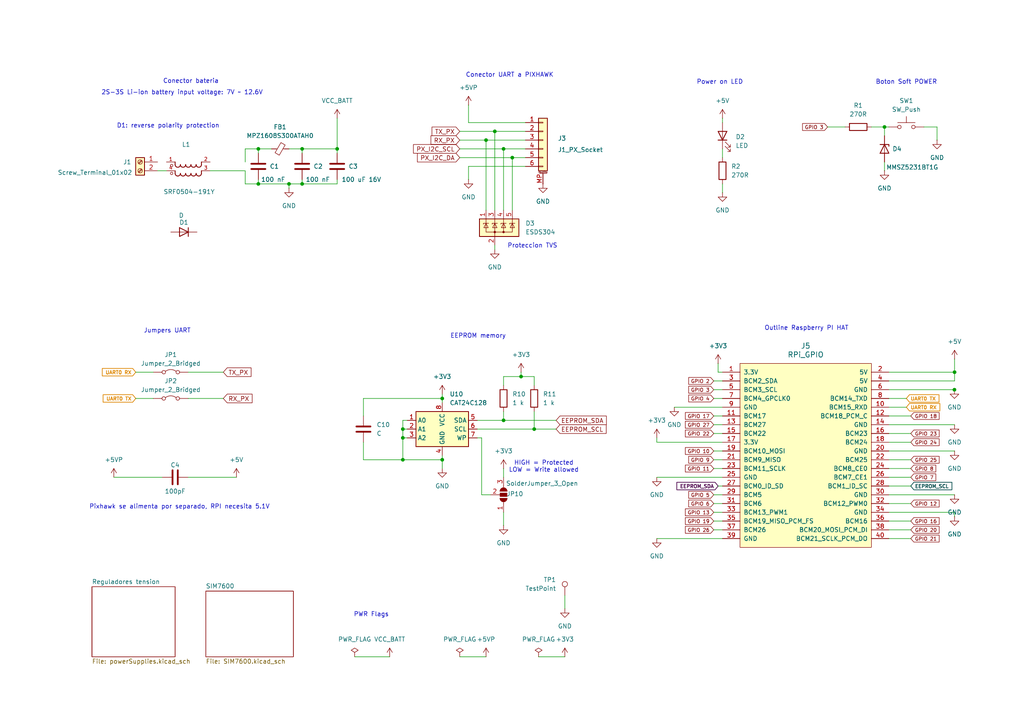
<source format=kicad_sch>
(kicad_sch (version 20250114) (generator "eeschema") (generator_version "9.0")
  (paper "A4")
  (title_block (title "Raspberry Pi HAT+ for UAV Companion Computer") (date "2025-07-14") (company "Diseño Avanzado Circuitos Impresos - FCEIA - UNR - Rodrigo Maero") (comment 1 "Connectors - EEPROM - Power LED"))
  (lib_symbols
    (symbol "Connector:Screw_Terminal_01x02" (pin_names (offset 1.016) (hide yes))
      (property "Reference" "J" (at 0 2.54 0))
      (property "Value" "Screw_Terminal_01x02" (at 0 -5.08 0))
      (symbol "Screw_Terminal_01x02_1_1"
        (rectangle (start -1.27 1.27) (end 1.27 -3.81) (stroke (width 0.254)) (fill (type background)))
        (polyline (pts (xy -0.5334 0.3302) (xy 0.3302 -0.508)) (stroke (width 0.1524)))
        (polyline (pts (xy -0.5334 -2.2098) (xy 0.3302 -3.048)) (stroke (width 0.1524)))
        (polyline (pts (xy -0.3556 0.508) (xy 0.508 -0.3302)) (stroke (width 0.1524)))
        (polyline (pts (xy -0.3556 -2.032) (xy 0.508 -2.8702)) (stroke (width 0.1524)))
        (circle (center 0 0) (radius 0.635) (stroke (width 0.1524)))
        (circle (center 0 -2.54) (radius 0.635) (stroke (width 0.1524)))
        (pin passive line (at -5.08 0 0) (length 3.81) (name "Pin_1") (number "1"))
        (pin passive line (at -5.08 -2.54 0) (length 3.81) (name "Pin_2") (number "2"))
      )
    )
    (symbol "Connector:TestPoint" (pin_numbers (hide yes)) (pin_names (offset 0.762) (hide yes))
      (property "Reference" "TP" (at 0 6.858 0))
      (property "Value" "TestPoint" (at 0 5.08 0))
      (symbol "TestPoint_0_1"
        (circle (center 0 3.302) (radius 0.762))
      )
      (symbol "TestPoint_1_1"
        (pin passive line (at 0 0 90) (length 2.54) (name "1") (number "1"))
      )
    )
    (symbol "Connector_Generic_MountingPin:Conn_01x06_MountingPin" (pin_names (offset 1.016) (hide yes))
      (property "Reference" "J" (at 0 7.62 0))
      (property "Value" "Conn_01x06_MountingPin" (at 1.27 -10.16 0))
      (symbol "Conn_01x06_MountingPin_1_1"
        (rectangle (start -1.27 6.35) (end 1.27 -8.89) (stroke (width 0.254)) (fill (type background)))
        (rectangle (start -1.27 5.207) (end 0 4.953) (stroke (width 0.1524)))
        (rectangle (start -1.27 2.667) (end 0 2.413) (stroke (width 0.1524)))
        (rectangle (start -1.27 0.127) (end 0 -0.127) (stroke (width 0.1524)))
        (rectangle (start -1.27 -2.413) (end 0 -2.667) (stroke (width 0.1524)))
        (rectangle (start -1.27 -4.953) (end 0 -5.207) (stroke (width 0.1524)))
        (rectangle (start -1.27 -7.493) (end 0 -7.747) (stroke (width 0.1524)))
        (polyline (pts (xy -1.016 -9.652) (xy 1.016 -9.652)) (stroke (width 0.1524)))
        (text "Mounting" (at 0 -9.271 0) (effects (font (size 0.381 0.381))))
        (pin passive line (at -5.08 5.08 0) (length 3.81) (name "Pin_1") (number "1"))
        (pin passive line (at -5.08 2.54 0) (length 3.81) (name "Pin_2") (number "2"))
        (pin passive line (at -5.08 0 0) (length 3.81) (name "Pin_3") (number "3"))
        (pin passive line (at -5.08 -2.54 0) (length 3.81) (name "Pin_4") (number "4"))
        (pin passive line (at -5.08 -5.08 0) (length 3.81) (name "Pin_5") (number "5"))
        (pin passive line (at -5.08 -7.62 0) (length 3.81) (name "Pin_6") (number "6"))
        (pin passive line (at 0 -12.7 90) (length 3.048) (name "MountPin") (number "MP"))
      )
    )
    (symbol "Device:C" (pin_numbers (hide yes)) (pin_names (offset 0.254))
      (property "Reference" "C" (at 0.635 2.54 0))
      (property "Value" "C" (at 0.635 -2.54 0))
      (symbol "C_0_1"
        (polyline (pts (xy -2.032 0.762) (xy 2.032 0.762)) (stroke (width 0.508)))
        (polyline (pts (xy -2.032 -0.762) (xy 2.032 -0.762)) (stroke (width 0.508)))
      )
      (symbol "C_1_1"
        (pin passive line (at 0 3.81 270) (length 2.794) (name "~") (number "1"))
        (pin passive line (at 0 -3.81 90) (length 2.794) (name "~") (number "2"))
      )
    )
    (symbol "Device:D" (pin_numbers (hide yes)) (pin_names (offset 1.016) (hide yes))
      (property "Reference" "D" (at 0 2.54 0))
      (property "Value" "D" (at 0 -2.54 0))
      (symbol "D_0_1"
        (polyline (pts (xy -1.27 1.27) (xy -1.27 -1.27)) (stroke (width 0.254)))
        (polyline (pts (xy 1.27 1.27) (xy 1.27 -1.27) (xy -1.27 0) (xy 1.27 1.27)) (stroke (width 0.254)))
        (polyline (pts (xy 1.27 0) (xy -1.27 0)))
      )
      (symbol "D_1_1"
        (pin passive line (at -3.81 0 0) (length 2.54) (name "K") (number "1"))
        (pin passive line (at 3.81 0 180) (length 2.54) (name "A") (number "2"))
      )
    )
    (symbol "Device:D_Zener" (pin_numbers (hide yes)) (pin_names (offset 1.016) (hide yes))
      (property "Reference" "D" (at 0 2.54 0))
      (property "Value" "D_Zener" (at 0 -2.54 0))
      (symbol "D_Zener_0_1"
        (polyline (pts (xy -1.27 -1.27) (xy -1.27 1.27) (xy -0.762 1.27)) (stroke (width 0.254)))
        (polyline (pts (xy 1.27 0) (xy -1.27 0)))
        (polyline (pts (xy 1.27 -1.27) (xy 1.27 1.27) (xy -1.27 0) (xy 1.27 -1.27)) (stroke (width 0.254)))
      )
      (symbol "D_Zener_1_1"
        (pin passive line (at -3.81 0 0) (length 2.54) (name "K") (number "1"))
        (pin passive line (at 3.81 0 180) (length 2.54) (name "A") (number "2"))
      )
    )
    (symbol "Device:FerriteBead_Small" (pin_numbers (hide yes)) (pin_names (offset 0))
      (property "Reference" "FB" (at 1.905 1.27 0))
      (property "Value" "FerriteBead_Small" (at 1.905 -1.27 0))
      (symbol "FerriteBead_Small_0_1"
        (polyline (pts (xy -1.8288 0.2794) (xy -1.1176 1.4986) (xy 1.8288 -0.2032) (xy 1.1176 -1.4224) (xy -1.8288 0.2794)))
        (polyline (pts (xy 0 0.889) (xy 0 1.2954)))
        (polyline (pts (xy 0 -1.27) (xy 0 -0.7874)))
      )
      (symbol "FerriteBead_Small_1_1"
        (pin passive line (at 0 2.54 270) (length 1.27) (name "~") (number "1"))
        (pin passive line (at 0 -2.54 90) (length 1.27) (name "~") (number "2"))
      )
    )
    (symbol "Device:LED" (pin_numbers (hide yes)) (pin_names (offset 1.016) (hide yes))
      (property "Reference" "D" (at 0 2.54 0))
      (property "Value" "LED" (at 0 -2.54 0))
      (symbol "LED_0_1"
        (polyline (pts (xy -3.048 -0.762) (xy -4.572 -2.286) (xy -3.81 -2.286) (xy -4.572 -2.286) (xy -4.572 -1.524)))
        (polyline (pts (xy -1.778 -0.762) (xy -3.302 -2.286) (xy -2.54 -2.286) (xy -3.302 -2.286) (xy -3.302 -1.524)))
        (polyline (pts (xy -1.27 0) (xy 1.27 0)))
        (polyline (pts (xy -1.27 -1.27) (xy -1.27 1.27)) (stroke (width 0.254)))
        (polyline (pts (xy 1.27 -1.27) (xy 1.27 1.27) (xy -1.27 0) (xy 1.27 -1.27)) (stroke (width 0.254)))
      )
      (symbol "LED_1_1"
        (pin passive line (at -3.81 0 0) (length 2.54) (name "K") (number "1"))
        (pin passive line (at 3.81 0 180) (length 2.54) (name "A") (number "2"))
      )
    )
    (symbol "Device:R" (pin_numbers (hide yes)) (pin_names (offset 0))
      (property "Reference" "R" (at 2.032 0 90))
      (property "Value" "R" (at 0 0 90))
      (symbol "R_0_1"
        (rectangle (start -1.016 -2.54) (end 1.016 2.54) (stroke (width 0.254)))
      )
      (symbol "R_1_1"
        (pin passive line (at 0 3.81 270) (length 1.27) (name "~") (number "1"))
        (pin passive line (at 0 -3.81 90) (length 1.27) (name "~") (number "2"))
      )
    )
    (symbol "Jumper:Jumper_2_Bridged" (pin_numbers (hide yes)) (pin_names (offset 0) (hide yes))
      (property "Reference" "JP" (at 0 1.905 0))
      (property "Value" "Jumper_2_Bridged" (at 0 -2.54 0))
      (symbol "Jumper_2_Bridged_0_0"
        (circle (center -2.032 0) (radius 0.508))
        (circle (center 2.032 0) (radius 0.508))
      )
      (symbol "Jumper_2_Bridged_0_1"
        (arc (start -1.524 0.254) (mid 0 0.762) (end 1.524 0.254))
      )
      (symbol "Jumper_2_Bridged_1_1"
        (pin passive line (at -5.08 0 0) (length 2.54) (name "A") (number "1"))
        (pin passive line (at 5.08 0 180) (length 2.54) (name "B") (number "2"))
      )
    )
    (symbol "Jumper:SolderJumper_3_Open" (pin_names (offset 0) (hide yes)) (in_bom no)
      (property "Reference" "JP" (at -2.54 -2.54 0))
      (property "Value" "SolderJumper_3_Open" (at 0 2.794 0))
      (symbol "SolderJumper_3_Open_0_1"
        (polyline (pts (xy -2.54 0) (xy -2.032 0)))
        (polyline (pts (xy -1.016 1.016) (xy -1.016 -1.016)))
        (arc (start -1.016 -1.016) (mid -2.0276 0) (end -1.016 1.016))
        (arc (start -1.016 -1.016) (mid -2.0276 0) (end -1.016 1.016) (fill (type outline)))
        (rectangle (start -0.508 1.016) (end 0.508 -1.016) (fill (type outline)))
        (polyline (pts (xy 0 -1.27) (xy 0 -1.016)))
        (arc (start 1.016 1.016) (mid 2.0276 0) (end 1.016 -1.016))
        (arc (start 1.016 1.016) (mid 2.0276 0) (end 1.016 -1.016) (fill (type outline)))
        (polyline (pts (xy 1.016 1.016) (xy 1.016 -1.016)))
        (polyline (pts (xy 2.54 0) (xy 2.032 0)))
      )
      (symbol "SolderJumper_3_Open_1_1"
        (pin passive line (at -5.08 0 0) (length 2.54) (name "A") (number "1"))
        (pin passive line (at 0 -3.81 90) (length 2.54) (name "C") (number "2"))
        (pin passive line (at 5.08 0 180) (length 2.54) (name "B") (number "3"))
      )
    )
    (symbol "Memory_EEPROM:CAT24C128"
      (property "Reference" "U" (at -6.35 6.35 0))
      (property "Value" "CAT24C128" (at 1.27 6.35 0))
      (symbol "CAT24C128_1_1"
        (rectangle (start -7.62 5.08) (end 7.62 -5.08) (stroke (width 0.254)) (fill (type background)))
        (pin input line (at -10.16 2.54 0) (length 2.54) (name "A0") (number "1"))
        (pin input line (at -10.16 0 0) (length 2.54) (name "A1") (number "2"))
        (pin input line (at -10.16 -2.54 0) (length 2.54) (name "A2") (number "3"))
        (pin power_in line (at 0 7.62 270) (length 2.54) (name "VCC") (number "8"))
        (pin power_in line (at 0 -7.62 90) (length 2.54) (name "GND") (number "4"))
        (pin bidirectional line (at 10.16 2.54 180) (length 2.54) (name "SDA") (number "5"))
        (pin input line (at 10.16 0 180) (length 2.54) (name "SCL") (number "6"))
        (pin input line (at 10.16 -2.54 180) (length 2.54) (name "WP") (number "7"))
      )
    )
    (symbol "Power_Protection:ESDS304" (pin_names (hide yes))
      (property "Reference" "D" (at 7.62 2.54 0))
      (property "Value" "ESDS304" (at 7.62 0.635 0))
      (symbol "ESDS304_0_0"
        (pin passive line (at 0 -5.08 90) (length 2.54) (name "A") (number "2"))
      )
      (symbol "ESDS304_0_1"
        (rectangle (start -4.445 2.54) (end 6.985 -2.54) (stroke (width 0.254)) (fill (type background)))
        (polyline (pts (xy -3.302 1.016) (xy -3.302 1.27) (xy -1.778 1.27)))
        (polyline (pts (xy -2.54 2.54) (xy -2.54 1.27)))
        (polyline (pts (xy -2.54 1.27) (xy -2.54 -1.27) (xy 2.54 -1.27) (xy 2.54 1.27)))
        (polyline (pts (xy -2.54 1.27) (xy -1.905 0) (xy -3.175 0) (xy -2.54 1.27)))
        (polyline (pts (xy 0 2.54) (xy 0 1.27)))
        (polyline (pts (xy 0 -1.27) (xy 0 1.27)))
        (polyline (pts (xy 0 -1.27) (xy 0 -2.54)))
        (circle (center 0 -1.27) (radius 0.254) (fill (type outline)))
        (polyline (pts (xy 0.635 0) (xy -0.635 0) (xy 0 1.27) (xy 0.635 0)))
        (polyline (pts (xy 0.762 1.27) (xy -0.762 1.27) (xy -0.762 1.016)))
        (polyline (pts (xy 1.778 1.016) (xy 1.778 1.27) (xy 3.175 1.27) (xy 3.302 1.27)))
        (polyline (pts (xy 2.54 2.54) (xy 2.54 1.27)))
        (polyline (pts (xy 2.54 1.27) (xy 1.905 0) (xy 3.175 0) (xy 2.54 1.27)))
        (circle (center 2.54 -1.27) (radius 0.254) (fill (type outline)))
        (polyline (pts (xy 4.318 1.016) (xy 4.318 1.27) (xy 5.715 1.27) (xy 5.842 1.27)))
        (polyline (pts (xy 5.08 2.54) (xy 5.08 1.27)))
        (polyline (pts (xy 5.08 1.27) (xy 5.08 -1.27) (xy 2.54 -1.27)))
        (polyline (pts (xy 5.08 1.27) (xy 4.445 0) (xy 5.715 0) (xy 5.08 1.27)))
      )
      (symbol "ESDS304_1_1"
        (pin passive line (at -2.54 5.08 270) (length 2.54) (name "K") (number "1"))
        (pin passive line (at 0 5.08 270) (length 2.54) (name "K") (number "3"))
        (pin passive line (at 2.54 5.08 270) (length 2.54) (name "K") (number "4"))
        (pin passive line (at 5.08 5.08 270) (length 2.54) (name "K") (number "5"))
      )
    )
    (symbol "RPi_Hat:RPi_GPIO" (pin_names (offset 1.016))
      (property "Reference" "J" (at 19.05 6.35 0))
      (property "Value" "RPi_GPIO" (at 19.05 3.81 0))
      (symbol "RPi_GPIO_1_1"
        (rectangle (start 0 2.54) (end 38.1 -50.8) (fill (type background)))
        (pin power_in line (at -5.08 0 0) (length 5.08) (name "3.3V") (number "1"))
        (pin bidirectional line (at -5.08 -2.54 0) (length 5.08) (name "BCM2_SDA") (number "3"))
        (pin bidirectional line (at -5.08 -5.08 0) (length 5.08) (name "BCM3_SCL") (number "5"))
        (pin bidirectional line (at -5.08 -7.62 0) (length 5.08) (name "BCM4_GPCLK0") (number "7"))
        (pin power_in line (at -5.08 -10.16 0) (length 5.08) (name "GND") (number "9"))
        (pin bidirectional line (at -5.08 -12.7 0) (length 5.08) (name "BCM17") (number "11"))
        (pin bidirectional line (at -5.08 -15.24 0) (length 5.08) (name "BCM27") (number "13"))
        (pin bidirectional line (at -5.08 -17.78 0) (length 5.08) (name "BCM22") (number "15"))
        (pin power_in line (at -5.08 -20.32 0) (length 5.08) (name "3.3V") (number "17"))
        (pin bidirectional line (at -5.08 -22.86 0) (length 5.08) (name "BCM10_MOSI") (number "19"))
        (pin bidirectional line (at -5.08 -25.4 0) (length 5.08) (name "BCM9_MISO") (number "21"))
        (pin bidirectional line (at -5.08 -27.94 0) (length 5.08) (name "BCM11_SCLK") (number "23"))
        (pin power_in line (at -5.08 -30.48 0) (length 5.08) (name "GND") (number "25"))
        (pin bidirectional line (at -5.08 -33.02 0) (length 5.08) (name "BCM0_ID_SD") (number "27"))
        (pin bidirectional line (at -5.08 -35.56 0) (length 5.08) (name "BCM5") (number "29"))
        (pin bidirectional line (at -5.08 -38.1 0) (length 5.08) (name "BCM6") (number "31"))
        (pin bidirectional line (at -5.08 -40.64 0) (length 5.08) (name "BCM13_PWM1") (number "33"))
        (pin bidirectional line (at -5.08 -43.18 0) (length 5.08) (name "BCM19_MISO_PCM_FS") (number "35"))
        (pin bidirectional line (at -5.08 -45.72 0) (length 5.08) (name "BCM26") (number "37"))
        (pin power_in line (at -5.08 -48.26 0) (length 5.08) (name "GND") (number "39"))
        (pin power_in line (at 43.18 0 180) (length 5.08) (name "5V") (number "2"))
        (pin power_in line (at 43.18 -2.54 180) (length 5.08) (name "5V") (number "4"))
        (pin power_in line (at 43.18 -5.08 180) (length 5.08) (name "GND") (number "6"))
        (pin bidirectional line (at 43.18 -7.62 180) (length 5.08) (name "BCM14_TXD") (number "8"))
        (pin bidirectional line (at 43.18 -10.16 180) (length 5.08) (name "BCM15_RXD") (number "10"))
        (pin bidirectional line (at 43.18 -12.7 180) (length 5.08) (name "BCM18_PCM_C") (number "12"))
        (pin power_in line (at 43.18 -15.24 180) (length 5.08) (name "GND") (number "14"))
        (pin bidirectional line (at 43.18 -17.78 180) (length 5.08) (name "BCM23") (number "16"))
        (pin bidirectional line (at 43.18 -20.32 180) (length 5.08) (name "BCM24") (number "18"))
        (pin power_in line (at 43.18 -22.86 180) (length 5.08) (name "GND") (number "20"))
        (pin bidirectional line (at 43.18 -25.4 180) (length 5.08) (name "BCM25") (number "22"))
        (pin bidirectional line (at 43.18 -27.94 180) (length 5.08) (name "BCM8_CE0") (number "24"))
        (pin bidirectional line (at 43.18 -30.48 180) (length 5.08) (name "BCM7_CE1") (number "26"))
        (pin bidirectional line (at 43.18 -33.02 180) (length 5.08) (name "BCM1_ID_SC") (number "28"))
        (pin power_in line (at 43.18 -35.56 180) (length 5.08) (name "GND") (number "30"))
        (pin bidirectional line (at 43.18 -38.1 180) (length 5.08) (name "BCM12_PWM0") (number "32"))
        (pin power_in line (at 43.18 -40.64 180) (length 5.08) (name "GND") (number "34"))
        (pin bidirectional line (at 43.18 -43.18 180) (length 5.08) (name "BCM16") (number "36"))
        (pin bidirectional line (at 43.18 -45.72 180) (length 5.08) (name "BCM20_MOSI_PCM_DI") (number "38"))
        (pin bidirectional line (at 43.18 -48.26 180) (length 5.08) (name "BCM21_SCLK_PCM_DO") (number "40"))
      )
    )
    (symbol "SRF0504-191Y:SRF0504-191Y" (pin_names (offset 1.016))
      (property "Reference" "L" (at -4.5685 3.8137 0))
      (property "Value" "SRF0504-191Y" (at -4.5425 -4.1077 0))
      (symbol "SRF0504-191Y_0_0"
        (circle (center -6.096 1.524) (radius 0.3592))
        (circle (center -6.096 -0.762) (radius 0.3592))
        (polyline (pts (xy -5.08 1.778) (xy -5.08 2.54)) (stroke (width 0.254)))
        (polyline (pts (xy -5.08 -0.762) (xy -5.08 0)) (stroke (width 0.254)))
        (arc (start -3.556 1.778) (mid -4.318 1.0193) (end -5.08 1.778) (stroke (width 0.254)))
        (arc (start -3.556 -0.762) (mid -4.318 -1.5206) (end -5.08 -0.762) (stroke (width 0.254)))
        (arc (start -2.032 1.778) (mid -2.794 1.0193) (end -3.556 1.778) (stroke (width 0.254)))
        (arc (start -2.032 -0.762) (mid -2.794 -1.5206) (end -3.556 -0.762) (stroke (width 0.254)))
        (arc (start -0.508 1.778) (mid -1.27 1.0193) (end -2.032 1.778) (stroke (width 0.254)))
        (arc (start -0.508 -0.762) (mid -1.27 -1.5206) (end -2.032 -0.762) (stroke (width 0.254)))
        (arc (start 1.016 1.778) (mid 0.254 1.0193) (end -0.508 1.778) (stroke (width 0.254)))
        (arc (start 1.016 -0.762) (mid 0.254 -1.5206) (end -0.508 -0.762) (stroke (width 0.254)))
        (arc (start 2.54 1.778) (mid 1.778 1.0193) (end 1.016 1.778) (stroke (width 0.254)))
        (arc (start 2.54 -0.762) (mid 1.778 -1.5206) (end 1.016 -0.762) (stroke (width 0.254)))
        (polyline (pts (xy 2.54 1.778) (xy 2.54 2.54)) (stroke (width 0.254)))
        (polyline (pts (xy 2.54 -0.762) (xy 2.54 0)) (stroke (width 0.254)))
        (pin passive line (at -7.62 2.54 0) (length 2.54) (name "~") (number "1"))
        (pin passive line (at -7.62 0 0) (length 2.54) (name "~") (number "4"))
        (pin passive line (at 5.08 2.54 180) (length 2.54) (name "~") (number "2"))
        (pin passive line (at 5.08 0 180) (length 2.54) (name "~") (number "3"))
      )
    )
    (symbol "Switch:SW_Push" (pin_numbers (hide yes)) (pin_names (offset 1.016) (hide yes))
      (property "Reference" "SW" (at 1.27 2.54 0))
      (property "Value" "SW_Push" (at 0 -1.524 0))
      (symbol "SW_Push_0_1"
        (circle (center -2.032 0) (radius 0.508))
        (polyline (pts (xy 0 1.27) (xy 0 3.048)))
        (circle (center 2.032 0) (radius 0.508))
        (polyline (pts (xy 2.54 1.27) (xy -2.54 1.27)))
        (pin passive line (at -5.08 0 0) (length 2.54) (name "1") (number "1"))
        (pin passive line (at 5.08 0 180) (length 2.54) (name "2") (number "2"))
      )
    )
    (symbol "power:+3V3" (power) (pin_numbers (hide yes)) (pin_names (offset 0) (hide yes))
      (property "Value" "+3V3" (at 0 3.556 0))
      (symbol "+3V3_0_1"
        (polyline (pts (xy -0.762 1.27) (xy 0 2.54)))
        (polyline (pts (xy 0 2.54) (xy 0.762 1.27)))
        (polyline (pts (xy 0 0) (xy 0 2.54)))
      )
      (symbol "+3V3_1_1"
        (pin power_in line (at 0 0 90) (length 0) (name "~") (number "1"))
      )
    )
    (symbol "power:+5V" (power) (pin_numbers (hide yes)) (pin_names (offset 0) (hide yes))
      (property "Value" "+5V" (at 0 3.556 0))
      (symbol "+5V_0_1"
        (polyline (pts (xy -0.762 1.27) (xy 0 2.54)))
        (polyline (pts (xy 0 2.54) (xy 0.762 1.27)))
        (polyline (pts (xy 0 0) (xy 0 2.54)))
      )
      (symbol "+5V_1_1"
        (pin power_in line (at 0 0 90) (length 0) (name "~") (number "1"))
      )
    )
    (symbol "power:+5VP" (power) (pin_numbers (hide yes)) (pin_names (offset 0) (hide yes))
      (property "Value" "+5VP" (at 0 3.556 0))
      (symbol "+5VP_0_1"
        (polyline (pts (xy -0.762 1.27) (xy 0 2.54)))
        (polyline (pts (xy 0 2.54) (xy 0.762 1.27)))
        (polyline (pts (xy 0 0) (xy 0 2.54)))
      )
      (symbol "+5VP_1_1"
        (pin power_in line (at 0 0 90) (length 0) (name "~") (number "1"))
      )
    )
    (symbol "power:GND" (power) (pin_numbers (hide yes)) (pin_names (offset 0) (hide yes))
      (property "Value" "GND" (at 0 -3.81 0))
      (symbol "GND_0_1"
        (polyline (pts (xy 0 0) (xy 0 -1.27) (xy 1.27 -1.27) (xy 0 -2.54) (xy -1.27 -1.27) (xy 0 -1.27)))
      )
      (symbol "GND_1_1"
        (pin power_in line (at 0 0 270) (length 0) (name "~") (number "1"))
      )
    )
    (symbol "power:PWR_FLAG" (power) (pin_numbers (hide yes)) (pin_names (offset 0) (hide yes))
      (property "Value" "PWR_FLAG" (at 0 3.81 0))
      (symbol "PWR_FLAG_0_0"
        (pin power_out line (at 0 0 90) (length 0) (name "~") (number "1"))
      )
      (symbol "PWR_FLAG_0_1"
        (polyline (pts (xy 0 0) (xy 0 1.27) (xy -1.016 1.905) (xy 0 2.54) (xy 1.016 1.905) (xy 0 1.27)))
      )
    )
    (symbol "power:VCC" (power) (pin_numbers (hide yes)) (pin_names (offset 0) (hide yes))
      (property "Value" "VCC" (at 0 3.556 0))
      (symbol "VCC_0_1"
        (polyline (pts (xy -0.762 1.27) (xy 0 2.54)))
        (polyline (pts (xy 0 2.54) (xy 0.762 1.27)))
        (polyline (pts (xy 0 0) (xy 0 2.54)))
      )
      (symbol "VCC_1_1"
        (pin power_in line (at 0 0 90) (length 0) (name "~") (number "1"))
      )
    )
  )
  (text "2S-3S Li-ion battery input voltage: 7V ~ 12.6V" (at 52.832 26.924 0) (effects (font (size 1.27 1.27))))
  (text "Proteccion TVS" (at 154.432 71.374 0) (effects (font (size 1.27 1.27))))
  (text "PWR Flags" (at 107.696 178.308 0) (effects (font (size 1.27 1.27))))
  (text "Pixhawk se alimenta por separado, RPI necesita 5.1V" (at 52.07 147.066 0) (effects (font (size 1.27 1.27))))
  (text "D1: reverse polarity protection" (at 48.768 36.576 0) (effects (font (size 1.27 1.27))))
  (text "EEPROM memory" (at 138.684 97.536 0) (effects (font (size 1.27 1.27))))
  (text "Outline Raspberry PI HAT" (at 233.934 95.25 0) (effects (font (size 1.27 1.27))))
  (text "Conector UART a PIXHAWK" (at 147.828 21.844 0) (effects (font (size 1.27 1.27))))
  (text "Jumpers UART" (at 48.514 96.012 0) (effects (font (size 1.27 1.27))))
  (text "HIGH = Protected\nLOW = Write allowed" (at 157.734 135.382 0) (effects (font (size 1.27 1.27))))
  (text "Boton Soft POWER" (at 262.89 23.876 0) (effects (font (size 1.27 1.27))))
  (text "Conector bateria" (at 55.372 23.622 0) (effects (font (size 1.27 1.27))))
  (text "Power on LED" (at 208.788 23.876 0) (effects (font (size 1.27 1.27))))
  (junction (at 87.63 53.34))
  (junction (at 83.82 53.34))
  (junction (at 256.54 36.83))
  (junction (at 97.79 43.18))
  (junction (at 146.05 43.18))
  (junction (at 146.05 121.92))
  (junction (at 276.86 107.95))
  (junction (at 143.51 38.1))
  (junction (at 116.84 124.46))
  (junction (at 154.94 124.46))
  (junction (at 116.84 133.35))
  (junction (at 128.27 133.35))
  (junction (at 128.27 115.57))
  (junction (at 276.8246 113.03))
  (junction (at 140.97 40.64))
  (junction (at 151.13 109.22))
  (junction (at 74.93 43.18))
  (junction (at 116.84 127))
  (junction (at 87.63 43.18))
  (junction (at 148.59 45.72))
  (junction (at 74.93 53.34))
  (wire (pts (xy 44.45 115.57) (xy 39.37 115.57)))
  (wire (pts (xy 133.35 45.72) (xy 148.59 45.72)))
  (wire (pts (xy 146.05 121.92) (xy 146.05 119.38)))
  (wire (pts (xy 60.96 49.53) (xy 71.12 49.53)))
  (wire (pts (xy 207.01 125.73) (xy 209.55 125.73)))
  (wire (pts (xy 257.81 148.59) (xy 276.86 148.59)))
  (wire (pts (xy 135.89 48.26) (xy 135.89 52.07)))
  (wire (pts (xy 257.81 140.97) (xy 264.16 140.97)))
  (wire (pts (xy 116.84 127) (xy 118.11 127)))
  (wire (pts (xy 151.13 109.22) (xy 146.05 109.22)))
  (wire (pts (xy 143.51 71.12) (xy 143.51 72.39)))
  (wire (pts (xy 133.35 43.18) (xy 146.05 43.18)))
  (wire (pts (xy 154.94 124.46) (xy 154.94 119.38)))
  (wire (pts (xy 102.87 190.5) (xy 113.03 190.5)))
  (wire (pts (xy 207.01 113.03) (xy 209.55 113.03)))
  (wire (pts (xy 71.12 49.53) (xy 71.12 53.34)))
  (wire (pts (xy 257.81 135.89) (xy 264.16 135.89)))
  (wire (pts (xy 146.05 109.22) (xy 146.05 111.76)))
  (wire (pts (xy 143.51 38.1) (xy 143.51 60.96)))
  (wire (pts (xy 207.01 153.67) (xy 209.55 153.67)))
  (wire (pts (xy 45.72 49.53) (xy 48.26 49.53)))
  (wire (pts (xy 74.93 43.18) (xy 78.74 43.18)))
  (wire (pts (xy 190.5 128.27) (xy 190.5 127)))
  (wire (pts (xy 207.01 151.13) (xy 209.55 151.13)))
  (wire (pts (xy 97.79 43.18) (xy 97.79 44.45)))
  (wire (pts (xy 207.01 146.05) (xy 209.55 146.05)))
  (wire (pts (xy 87.63 43.18) (xy 87.63 44.45)))
  (wire (pts (xy 207.01 115.57) (xy 209.55 115.57)))
  (wire (pts (xy 257.81 123.19) (xy 276.86 123.19)))
  (wire (pts (xy 257.81 128.27) (xy 264.16 128.27)))
  (wire (pts (xy 257.81 113.03) (xy 276.8246 113.03)))
  (wire (pts (xy 257.81 115.57) (xy 262.89 115.57)))
  (wire (pts (xy 116.84 124.46) (xy 118.11 124.46)))
  (wire (pts (xy 271.78 36.83) (xy 267.97 36.83)))
  (wire (pts (xy 140.97 40.64) (xy 140.97 60.96)))
  (wire (pts (xy 151.13 109.22) (xy 154.94 109.22)))
  (wire (pts (xy 208.28 105.41) (xy 208.28 107.95)))
  (wire (pts (xy 256.54 36.83) (xy 256.54 39.37)))
  (wire (pts (xy 257.81 143.51) (xy 276.86 143.51)))
  (wire (pts (xy 146.05 135.89) (xy 146.05 138.43)))
  (wire (pts (xy 146.05 148.59) (xy 146.05 152.4)))
  (wire (pts (xy 139.7 127) (xy 139.7 143.51)))
  (wire (pts (xy 207.01 133.35) (xy 209.55 133.35)))
  (wire (pts (xy 71.12 53.34) (xy 74.93 53.34)))
  (wire (pts (xy 128.27 132.08) (xy 128.27 133.35)))
  (wire (pts (xy 257.81 133.35) (xy 264.16 133.35)))
  (wire (pts (xy 33.02 138.43) (xy 46.99 138.43)))
  (wire (pts (xy 257.81 156.21) (xy 264.16 156.21)))
  (wire (pts (xy 257.81 130.81) (xy 276.86 130.81)))
  (wire (pts (xy 257.81 110.49) (xy 276.86 110.49)))
  (wire (pts (xy 118.11 121.92) (xy 116.84 121.92)))
  (wire (pts (xy 207.01 135.89) (xy 209.55 135.89)))
  (wire (pts (xy 133.35 40.64) (xy 140.97 40.64)))
  (wire (pts (xy 135.89 35.56) (xy 135.89 30.48)))
  (wire (pts (xy 140.97 40.64) (xy 152.4 40.64)))
  (wire (pts (xy 146.05 43.18) (xy 146.05 60.96)))
  (wire (pts (xy 139.7 127) (xy 138.43 127)))
  (wire (pts (xy 163.83 172.72) (xy 163.83 176.53)))
  (wire (pts (xy 39.37 107.95) (xy 44.45 107.95)))
  (wire (pts (xy 190.5 156.21) (xy 209.55 156.21)))
  (wire (pts (xy 105.41 133.35) (xy 116.84 133.35)))
  (wire (pts (xy 138.43 124.46) (xy 154.94 124.46)))
  (wire (pts (xy 257.81 125.73) (xy 264.16 125.73)))
  (wire (pts (xy 152.4 48.26) (xy 135.89 48.26)))
  (wire (pts (xy 128.27 133.35) (xy 128.27 135.89)))
  (wire (pts (xy 87.63 43.18) (xy 97.79 43.18)))
  (wire (pts (xy 152.4 35.56) (xy 135.89 35.56)))
  (wire (pts (xy 257.81 153.67) (xy 264.16 153.67)))
  (wire (pts (xy 207.01 143.51) (xy 209.55 143.51)))
  (wire (pts (xy 128.27 114.3) (xy 128.27 115.57)))
  (wire (pts (xy 271.78 40.64) (xy 271.78 36.83)))
  (wire (pts (xy 133.35 38.1) (xy 143.51 38.1)))
  (wire (pts (xy 276.86 104.14) (xy 276.86 107.95)))
  (wire (pts (xy 83.82 43.18) (xy 87.63 43.18)))
  (wire (pts (xy 146.05 121.92) (xy 161.29 121.92)))
  (wire (pts (xy 54.61 138.43) (xy 68.58 138.43)))
  (wire (pts (xy 257.81 151.13) (xy 264.16 151.13)))
  (wire (pts (xy 209.55 128.27) (xy 190.5 128.27)))
  (wire (pts (xy 74.93 43.18) (xy 74.93 44.45)))
  (wire (pts (xy 209.55 107.95) (xy 208.28 107.95)))
  (wire (pts (xy 97.79 52.07) (xy 97.79 53.34)))
  (wire (pts (xy 54.61 115.57) (xy 64.77 115.57)))
  (wire (pts (xy 252.73 36.83) (xy 256.54 36.83)))
  (wire (pts (xy 83.82 53.34) (xy 83.82 54.61)))
  (wire (pts (xy 209.55 43.18) (xy 209.55 45.72)))
  (wire (pts (xy 207.01 110.49) (xy 209.55 110.49)))
  (wire (pts (xy 154.94 124.46) (xy 161.29 124.46)))
  (wire (pts (xy 195.58 118.11) (xy 209.55 118.11)))
  (wire (pts (xy 207.01 148.59) (xy 209.55 148.59)))
  (wire (pts (xy 87.63 52.07) (xy 87.63 53.34)))
  (wire (pts (xy 116.84 127) (xy 116.84 133.35)))
  (wire (pts (xy 154.94 111.76) (xy 154.94 109.22)))
  (wire (pts (xy 133.35 190.5) (xy 140.97 190.5)))
  (wire (pts (xy 257.81 120.65) (xy 264.16 120.65)))
  (wire (pts (xy 257.81 138.43) (xy 264.16 138.43)))
  (wire (pts (xy 209.55 34.29) (xy 209.55 35.56)))
  (wire (pts (xy 256.54 46.99) (xy 256.54 49.53)))
  (wire (pts (xy 74.93 53.34) (xy 83.82 53.34)))
  (wire (pts (xy 97.79 53.34) (xy 87.63 53.34)))
  (wire (pts (xy 151.13 107.95) (xy 151.13 109.22)))
  (wire (pts (xy 105.41 120.65) (xy 105.41 115.57)))
  (wire (pts (xy 190.5 138.43) (xy 209.55 138.43)))
  (wire (pts (xy 71.12 46.99) (xy 71.12 43.18)))
  (wire (pts (xy 105.41 115.57) (xy 128.27 115.57)))
  (wire (pts (xy 207.01 120.65) (xy 209.55 120.65)))
  (wire (pts (xy 276.86 110.49) (xy 276.86 107.95)))
  (wire (pts (xy 128.27 115.57) (xy 128.27 116.84)))
  (wire (pts (xy 87.63 53.34) (xy 83.82 53.34)))
  (wire (pts (xy 207.01 123.19) (xy 209.55 123.19)))
  (wire (pts (xy 74.93 52.07) (xy 74.93 53.34)))
  (wire (pts (xy 139.7 143.51) (xy 142.24 143.51)))
  (wire (pts (xy 148.59 45.72) (xy 152.4 45.72)))
  (wire (pts (xy 116.84 133.35) (xy 128.27 133.35)))
  (wire (pts (xy 240.03 36.83) (xy 245.11 36.83)))
  (wire (pts (xy 257.81 146.05) (xy 264.16 146.05)))
  (wire (pts (xy 97.79 43.18) (xy 97.79 34.29)))
  (wire (pts (xy 276.8246 113.03) (xy 276.86 113.03)))
  (wire (pts (xy 105.41 128.27) (xy 105.41 133.35)))
  (wire (pts (xy 256.54 36.83) (xy 257.81 36.83)))
  (wire (pts (xy 148.59 45.72) (xy 148.59 60.96)))
  (wire (pts (xy 156.21 190.5) (xy 163.83 190.5)))
  (wire (pts (xy 138.43 121.92) (xy 146.05 121.92)))
  (wire (pts (xy 143.51 38.1) (xy 152.4 38.1)))
  (wire (pts (xy 276.86 148.59) (xy 276.86 149.86)))
  (wire (pts (xy 54.61 107.95) (xy 64.77 107.95)))
  (wire (pts (xy 257.81 118.11) (xy 262.89 118.11)))
  (wire (pts (xy 209.55 53.34) (xy 209.55 55.88)))
  (wire (pts (xy 257.81 107.95) (xy 276.86 107.95)))
  (wire (pts (xy 207.01 130.81) (xy 209.55 130.81)))
  (wire (pts (xy 208.28 140.97) (xy 209.55 140.97)))
  (wire (pts (xy 116.84 121.92) (xy 116.84 124.46)))
  (wire (pts (xy 71.12 43.18) (xy 74.93 43.18)))
  (wire (pts (xy 116.84 124.46) (xy 116.84 127)))
  (wire (pts (xy 146.05 43.18) (xy 152.4 43.18)))
  (global_label "GPIO 22" (shape input) (at 207.01 125.73 180) (effects (font (size 1.016 1.016))) (property "Intersheetrefs" "${INTERSHEET_REFS}" (effects (hide yes))))
  (global_label "GPIO 3" (shape input) (at 240.03 36.83 180) (effects (font (size 1.016 1.016))) (property "Intersheetrefs" "${INTERSHEET_REFS}" (effects (hide yes))))
  (global_label "GPIO 13" (shape input) (at 207.01 148.59 180) (effects (font (size 1.016 1.016))) (property "Intersheetrefs" "${INTERSHEET_REFS}" (effects (hide yes))))
  (global_label "GPIO 19" (shape input) (at 207.01 151.13 180) (effects (font (size 1.016 1.016))) (property "Intersheetrefs" "${INTERSHEET_REFS}" (effects (hide yes))))
  (global_label "UART0 RX" (shape input) (at 39.37 107.95 180) (effects (font (size 1.016 1.016) (thickness 0.2032) (bold yes))) (property "Intersheetrefs" "${INTERSHEET_REFS}" (effects (hide yes))))
  (global_label "GPIO 8" (shape input) (at 264.16 135.89 0) (effects (font (size 1.016 1.016))) (property "Intersheetrefs" "${INTERSHEET_REFS}" (effects (hide yes))))
  (global_label "GPIO 10" (shape input) (at 207.01 130.81 180) (effects (font (size 1.016 1.016))) (property "Intersheetrefs" "${INTERSHEET_REFS}" (effects (hide yes))))
  (global_label "GPIO 7" (shape input) (at 264.16 138.43 0) (effects (font (size 1.016 1.016))) (property "Intersheetrefs" "${INTERSHEET_REFS}" (effects (hide yes))))
  (global_label "RX_PX" (shape input) (at 133.35 40.64 180) (property "Intersheetrefs" "${INTERSHEET_REFS}" (effects (hide yes))))
  (global_label "EEPROM_SDA" (shape input) (at 208.28 140.97 180) (effects (font (size 1.016 1.016) (thickness 0.2032) (bold yes))) (property "Intersheetrefs" "${INTERSHEET_REFS}" (effects (hide yes))))
  (global_label "UART0 TX" (shape input) (at 262.89 115.57 0) (effects (font (size 1.016 1.016) (thickness 0.2032) (bold yes))) (property "Intersheetrefs" "${INTERSHEET_REFS}" (effects (hide yes))))
  (global_label "GPIO 26" (shape input) (at 207.01 153.67 180) (effects (font (size 1.016 1.016))) (property "Intersheetrefs" "${INTERSHEET_REFS}" (effects (hide yes))))
  (global_label "GPIO 3" (shape input) (at 207.01 113.03 180) (effects (font (size 1.016 1.016))) (property "Intersheetrefs" "${INTERSHEET_REFS}" (effects (hide yes))))
  (global_label "GPIO 18" (shape input) (at 264.16 120.65 0) (effects (font (size 1.016 1.016))) (property "Intersheetrefs" "${INTERSHEET_REFS}" (effects (hide yes))))
  (global_label "UART0 RX" (shape input) (at 262.89 118.11 0) (effects (font (size 1.016 1.016) (thickness 0.2032) (bold yes))) (property "Intersheetrefs" "${INTERSHEET_REFS}" (effects (hide yes))))
  (global_label "EEPROM_SDA" (shape input) (at 161.29 121.92 0) (property "Intersheetrefs" "${INTERSHEET_REFS}" (effects (hide yes))))
  (global_label "GPIO 12" (shape input) (at 264.16 146.05 0) (effects (font (size 1.016 1.016))) (property "Intersheetrefs" "${INTERSHEET_REFS}" (effects (hide yes))))
  (global_label "UART0 TX" (shape input) (at 39.37 115.57 180) (effects (font (size 1.016 1.016) (thickness 0.2032) (bold yes))) (property "Intersheetrefs" "${INTERSHEET_REFS}" (effects (hide yes))))
  (global_label "GPIO 23" (shape input) (at 264.16 125.73 0) (effects (font (size 1.016 1.016))) (property "Intersheetrefs" "${INTERSHEET_REFS}" (effects (hide yes))))
  (global_label "GPIO 17" (shape input) (at 207.01 120.65 180) (effects (font (size 1.016 1.016))) (property "Intersheetrefs" "${INTERSHEET_REFS}" (effects (hide yes))))
  (global_label "GPIO 11" (shape input) (at 207.01 135.89 180) (effects (font (size 1.016 1.016))) (property "Intersheetrefs" "${INTERSHEET_REFS}" (effects (hide yes))))
  (global_label "PX_I2C_SCL" (shape input) (at 133.35 43.18 180) (property "Intersheetrefs" "${INTERSHEET_REFS}" (effects (hide yes))))
  (global_label "GPIO 16" (shape input) (at 264.16 151.13 0) (effects (font (size 1.016 1.016))) (property "Intersheetrefs" "${INTERSHEET_REFS}" (effects (hide yes))))
  (global_label "GPIO 20" (shape input) (at 264.16 153.67 0) (effects (font (size 1.016 1.016))) (property "Intersheetrefs" "${INTERSHEET_REFS}" (effects (hide yes))))
  (global_label "TX_PX" (shape input) (at 64.77 107.95 0) (property "Intersheetrefs" "${INTERSHEET_REFS}" (effects (hide yes))))
  (global_label "GPIO 2" (shape input) (at 207.01 110.49 180) (effects (font (size 1.016 1.016))) (property "Intersheetrefs" "${INTERSHEET_REFS}" (effects (hide yes))))
  (global_label "GPIO 4" (shape input) (at 207.01 115.57 180) (effects (font (size 1.016 1.016))) (property "Intersheetrefs" "${INTERSHEET_REFS}" (effects (hide yes))))
  (global_label "EEPROM_SCL" (shape input) (at 264.16 140.97 0) (effects (font (size 1.016 1.016) (thickness 0.2032) (bold yes))) (property "Intersheetrefs" "${INTERSHEET_REFS}" (effects (hide yes))))
  (global_label "PX_I2C_DA" (shape input) (at 133.35 45.72 180) (property "Intersheetrefs" "${INTERSHEET_REFS}" (effects (hide yes))))
  (global_label "GPIO 27" (shape input) (at 207.01 123.19 180) (effects (font (size 1.016 1.016))) (property "Intersheetrefs" "${INTERSHEET_REFS}" (effects (hide yes))))
  (global_label "GPIO 5" (shape input) (at 207.01 143.51 180) (effects (font (size 1.016 1.016))) (property "Intersheetrefs" "${INTERSHEET_REFS}" (effects (hide yes))))
  (global_label "GPIO 9" (shape input) (at 207.01 133.35 180) (effects (font (size 1.016 1.016))) (property "Intersheetrefs" "${INTERSHEET_REFS}" (effects (hide yes))))
  (global_label "EEPROM_SCL" (shape input) (at 161.29 124.46 0) (property "Intersheetrefs" "${INTERSHEET_REFS}" (effects (hide yes))))
  (global_label "GPIO 6" (shape input) (at 207.01 146.05 180) (effects (font (size 1.016 1.016))) (property "Intersheetrefs" "${INTERSHEET_REFS}" (effects (hide yes))))
  (global_label "GPIO 25" (shape input) (at 264.16 133.35 0) (effects (font (size 1.016 1.016))) (property "Intersheetrefs" "${INTERSHEET_REFS}" (effects (hide yes))))
  (global_label "RX_PX" (shape input) (at 64.77 115.57 0) (property "Intersheetrefs" "${INTERSHEET_REFS}" (effects (hide yes))))
  (global_label "GPIO 21" (shape input) (at 264.16 156.21 0) (effects (font (size 1.016 1.016))) (property "Intersheetrefs" "${INTERSHEET_REFS}" (effects (hide yes))))
  (global_label "TX_PX" (shape input) (at 133.35 38.1 180) (property "Intersheetrefs" "${INTERSHEET_REFS}" (effects (hide yes))))
  (global_label "GPIO 24" (shape input) (at 264.16 128.27 0) (effects (font (size 1.016 1.016))) (property "Intersheetrefs" "${INTERSHEET_REFS}" (effects (hide yes))))
  (symbol (lib_id "power:GND") (at 163.83 176.53 0) (unit 1)
    (property "Reference" "#PWR02" (effects (hide yes)))
    (property "Value" "GND" (at 163.83 181.61 0))
    (property "Description" "Power symbol creates a global label with name \"GND\" , ground" (effects (hide yes)))
  )
  (symbol (lib_id "power:GND") (at 276.86 130.81 0) (unit 1)
    (property "Reference" "#PWR0120" (effects (hide yes)))
    (property "Value" "GND" (at 276.86 135.89 0))
    (property "Description" "Power symbol creates a global label with name \"GND\" , ground" (effects (hide yes)))
  )
  (symbol (lib_id "power:GND") (at 195.58 118.11 0) (unit 1)
    (property "Reference" "#PWR0128" (effects (hide yes)))
    (property "Value" "GND" (at 195.58 123.19 0))
    (property "Description" "Power symbol creates a global label with name \"GND\" , ground" (effects (hide yes)))
  )
  (symbol (lib_id "Device:C") (at 50.8 138.43 270) (unit 1)
    (property "Reference" "C4" (at 50.8 134.874 90))
    (property "Value" "100pF" (at 50.8 142.494 90))
    (property "Footprint" "Capacitor_SMD:C_0603_1608Metric" (effects (hide yes)))
    (property "Description" "Unpolarized capacitor" (effects (hide yes)))
  )
  (symbol (lib_id "Jumper:SolderJumper_3_Open") (at 146.05 143.51 270) (mirror x) (unit 1) (in_bom no)
    (property "Reference" "JP10" (at 149.352 143.256 90))
    (property "Value" "SolderJumper_3_Open" (at 157.226 140.208 90))
    (property "Footprint" "Jumper:SolderJumper-3_P1.3mm_Open_Pad1.0x1.5mm_NumberLabels" (effects (hide yes)))
    (property "Description" "Solder Jumper, 3-pole, open" (effects (hide yes)))
  )
  (symbol (lib_id "SRF0504-191Y:SRF0504-191Y") (at 55.88 49.53 0) (unit 1)
    (property "Reference" "L1" (at 53.9859 41.91 0))
    (property "Value" "SRF0504-191Y" (at 54.864 55.626 0))
    (property "Footprint" "Common mode CHOKE:FIL_SRF0504-191Y" (effects (hide yes)))
    (property "MF" "Bourns" (effects (hide yes)))
    (property "Description_1" "CMC4.8x5x4.8mm,0.6uH5A,non-shdSMD | Bourns SRF0504-191Y" (effects (hide yes)))
    (property "Package" "Horizontal-4 Bourns" (effects (hide yes)))
    (property "Price" "None" (effects (hide yes)))
    (property "Check_prices" "https://www.snapeda.com/parts/SRF0504-191Y/Bourns/view-part/?ref=eda" (effects (hide yes)))
    (property "SnapEDA_Link" "https://www.snapeda.com/parts/SRF0504-191Y/Bourns/view-part/?ref=snap" (effects (hide yes)))
    (property "MP" "SRF0504-191Y" (effects (hide yes)))
    (property "Availability" "In Stock" (effects (hide yes)))
    (property "MANUFACTURER" "Bourns" (effects (hide yes)))
  )
  (symbol (lib_id "Device:R") (at 209.55 49.53 0) (unit 1)
    (property "Reference" "R2" (at 212.09 48.2599 0) (effects (justify left)))
    (property "Value" "270R" (at 212.09 50.7999 0) (effects (justify left)))
    (property "Footprint" "Resistor_SMD:R_0603_1608Metric" (effects (hide yes)))
    (property "Description" "Resistor" (effects (hide yes)))
  )
  (symbol (lib_id "Connector_Generic_MountingPin:Conn_01x06_MountingPin") (at 157.48 40.64 0) (unit 1)
    (property "Reference" "J3" (at 161.798 40.132 0) (effects (justify left)))
    (property "Value" "J1_PX_Socket" (at 161.798 43.434 0) (effects (justify left)))
    (property "Footprint" "Connector_JST:JST_GH_SM06B-GHS-TB_1x06-1MP_P1.25mm_Horizontal" (effects (hide yes)))
    (property "Description" "Generic connectable mounting pin connector, single row, 01x06, script generated (kicad-library-utils/schlib/autogen/connector/)" (effects (hide yes)))
  )
  (symbol (lib_id "Jumper:Jumper_2_Bridged") (at 49.53 107.95 0) (unit 1)
    (property "Reference" "JP1" (at 49.53 102.87 0))
    (property "Value" "Jumper_2_Bridged" (at 49.53 105.41 0))
    (property "Footprint" "Jumper:SolderJumper-2_P1.3mm_Bridged_RoundedPad1.0x1.5mm" (effects (hide yes)))
    (property "Description" "Jumper, 2-pole, closed/bridged" (effects (hide yes)))
  )
  (symbol (lib_id "power:+3V3") (at 151.13 107.95 0) (unit 1)
    (property "Reference" "#PWR0104" (effects (hide yes)))
    (property "Value" "+3V3" (at 151.13 102.87 0))
    (property "Description" "Power symbol creates a global label with name \"+3V3\"" (effects (hide yes)))
  )
  (symbol (lib_id "power:PWR_FLAG") (at 156.21 190.5 0) (unit 1)
    (property "Reference" "#FLG021" (effects (hide yes)))
    (property "Value" "PWR_FLAG" (at 156.21 185.42 0))
    (property "Description" "Special symbol for telling ERC where power comes from" (effects (hide yes)))
  )
  (symbol (lib_id "power:+3V3") (at 190.5 127 0) (unit 1)
    (property "Reference" "#PWR054" (effects (hide yes)))
    (property "Value" "+3V3" (at 190.5 121.92 0))
    (property "Description" "Power symbol creates a global label with name \"+3V3\"" (effects (hide yes)))
  )
  (symbol (lib_id "power:GND") (at 276.86 123.19 0) (unit 1)
    (property "Reference" "#PWR0121" (effects (hide yes)))
    (property "Value" "GND" (at 276.86 128.27 0))
    (property "Description" "Power symbol creates a global label with name \"GND\" , ground" (effects (hide yes)))
  )
  (symbol (lib_id "Device:FerriteBead_Small") (at 81.28 43.18 90) (unit 1)
    (property "Reference" "FB1" (at 81.2419 36.83 90))
    (property "Value" "MPZ1608S300ATAH0" (at 81.2419 39.37 90))
    (property "Footprint" "Inductor_SMD:L_0603_1608Metric" (effects (hide yes)))
    (property "Description" "Ferrite bead, small symbol" (effects (hide yes)))
  )
  (symbol (lib_id "Jumper:Jumper_2_Bridged") (at 49.53 115.57 0) (unit 1)
    (property "Reference" "JP2" (at 49.53 110.49 0))
    (property "Value" "Jumper_2_Bridged" (at 49.53 113.03 0))
    (property "Footprint" "Jumper:SolderJumper-2_P1.3mm_Bridged_RoundedPad1.0x1.5mm" (effects (hide yes)))
    (property "Description" "Jumper, 2-pole, closed/bridged" (effects (hide yes)))
  )
  (symbol (lib_id "power:+3V3") (at 208.28 105.41 0) (unit 1)
    (property "Reference" "#PWR053" (effects (hide yes)))
    (property "Value" "+3V3" (at 208.28 100.33 0))
    (property "Description" "Power symbol creates a global label with name \"+3V3\"" (effects (hide yes)))
  )
  (symbol (lib_id "Switch:SW_Push") (at 262.89 36.83 0) (unit 1)
    (property "Reference" "SW1" (at 262.89 29.21 0))
    (property "Value" "SW_Push" (at 262.89 31.75 0))
    (property "Footprint" "Button_Switch_SMD:SW_Push_SPST_NO_Alps_SKRK" (effects (hide yes)))
    (property "Description" "Push button switch, generic, two pins" (effects (hide yes)))
  )
  (symbol (lib_id "power:GND") (at 146.05 152.4 0) (unit 1)
    (property "Reference" "#PWR0103" (effects (hide yes)))
    (property "Value" "GND" (at 146.05 157.48 0))
    (property "Description" "Power symbol creates a global label with name \"GND\" , ground" (effects (hide yes)))
  )
  (symbol (lib_id "RPi_Hat:RPi_GPIO") (at 214.63 107.95 0) (unit 1)
    (property "Reference" "J5" (at 233.68 100.33 0) (effects (font (size 1.524 1.524))))
    (property "Value" "RPi_GPIO" (at 233.68 102.87 0) (effects (font (size 1.524 1.524))))
    (property "Footprint" "HAT template:RPI_Hat_B+" (effects (hide yes)))
  )
  (symbol (lib_id "power:+5VP") (at 140.97 190.5 0) (unit 1)
    (property "Reference" "#PWR042" (effects (hide yes)))
    (property "Value" "+5VP" (at 140.97 185.42 0))
    (property "Description" "Power symbol creates a global label with name \"+5VP\"" (effects (hide yes)))
  )
  (symbol (lib_id "Device:R") (at 146.05 115.57 0) (unit 1)
    (property "Reference" "R10" (at 148.59 114.2999 0) (effects (justify left)))
    (property "Value" "1 k" (at 148.59 116.8399 0) (effects (justify left)))
    (property "Footprint" "Resistor_SMD:R_0603_1608Metric" (effects (hide yes)))
    (property "Description" "Resistor" (effects (hide yes)))
  )
  (symbol (lib_id "power:+5V") (at 68.58 138.43 0) (unit 1)
    (property "Reference" "#PWR0106" (effects (hide yes)))
    (property "Value" "+5V" (at 68.58 133.35 0))
    (property "Description" "Power symbol creates a global label with name \"+5V\"" (effects (hide yes)))
  )
  (symbol (lib_id "power:GND") (at 143.51 72.39 0) (unit 1)
    (property "Reference" "#PWR038" (effects (hide yes)))
    (property "Value" "GND" (at 143.51 77.47 0))
    (property "Description" "Power symbol creates a global label with name \"GND\" , ground" (effects (hide yes)))
  )
  (symbol (lib_id "power:+3V3") (at 128.27 114.3 0) (unit 1)
    (property "Reference" "#PWR0114" (effects (hide yes)))
    (property "Value" "+3V3" (at 128.27 109.22 0))
    (property "Description" "Power symbol creates a global label with name \"+3V3\"" (effects (hide yes)))
  )
  (symbol (lib_id "power:PWR_FLAG") (at 102.87 190.5 0) (unit 1)
    (property "Reference" "#FLG025" (effects (hide yes)))
    (property "Value" "PWR_FLAG" (at 102.87 185.42 0))
    (property "Description" "Special symbol for telling ERC where power comes from" (effects (hide yes)))
  )
  (symbol (lib_id "power:+5V") (at 209.55 34.29 0) (unit 1)
    (property "Reference" "#PWR0108" (effects (hide yes)))
    (property "Value" "+5V" (at 209.55 29.21 0))
    (property "Description" "Power symbol creates a global label with name \"+5V\"" (effects (hide yes)))
  )
  (symbol (lib_id "Memory_EEPROM:CAT24C128") (at 128.27 124.46 0) (unit 1)
    (property "Reference" "U10" (at 130.4133 114.3 0) (effects (justify left)))
    (property "Value" "CAT24C128" (at 130.4133 116.84 0) (effects (justify left)))
    (property "Footprint" "Package_SO:JEITA_SOIC-8_3.9x4.9mm_P1.27mm" (effects (hide yes)))
    (property "Datasheet" "https://www.onsemi.com/pub/Collateral/CAT24C128-D.PDF" (effects (hide yes)))
    (property "Description" "128 kb CMOS Serial EEPROM, SOIC-8/TSSOP-8/DFN-8" (effects (hide yes)))
  )
  (symbol (lib_id "Device:C") (at 97.79 48.26 0) (unit 1)
    (property "Reference" "C3" (at 101.092 48.26 0) (effects (justify left)))
    (property "Value" "100 uF 16V" (at 99.06 52.07 0) (effects (justify left)))
    (property "Footprint" "Capacitor_SMD:C_0402_1005Metric" (effects (hide yes)))
    (property "Description" "Unpolarized capacitor" (effects (hide yes)))
  )
  (symbol (lib_id "Device:LED") (at 209.55 39.37 90) (unit 1)
    (property "Reference" "D2" (at 213.36 39.6874 90) (effects (justify right)))
    (property "Value" "LED" (at 213.36 42.2274 90) (effects (justify right)))
    (property "Footprint" "LED_SMD:LED_0603_1608Metric" (effects (hide yes)))
    (property "Description" "Light emitting diode" (effects (hide yes)))
    (property "Sim.Pins" "1=K 2=A" (effects (hide yes)))
  )
  (symbol (lib_id "Connector:Screw_Terminal_01x02") (at 40.64 46.99 0) (mirror y) (unit 1)
    (property "Reference" "J1" (at 38.1 46.9899 0) (effects (justify left)))
    (property "Value" "Screw_Terminal_01x02" (at 38.354 50.038 0) (effects (justify left)))
    (property "Footprint" "TerminalBlock:TerminalBlock_bornier-2_P5.08mm" (effects (hide yes)))
    (property "Description" "Generic screw terminal, single row, 01x02, script generated (kicad-library-utils/schlib/autogen/connector/)" (effects (hide yes)))
  )
  (symbol (lib_id "power:GND") (at 276.8246 113.03 0) (unit 1)
    (property "Reference" "#PWR0117" (effects (hide yes)))
    (property "Value" "GND" (at 276.8246 118.11 0))
    (property "Description" "Power symbol creates a global label with name \"GND\" , ground" (effects (hide yes)))
  )
  (symbol (lib_id "power:GND") (at 190.5 138.43 0) (unit 1)
    (property "Reference" "#PWR0127" (effects (hide yes)))
    (property "Value" "GND" (at 190.5 143.51 0))
    (property "Description" "Power symbol creates a global label with name \"GND\" , ground" (effects (hide yes)))
  )
  (symbol (lib_id "Device:C") (at 74.93 48.26 0) (unit 1)
    (property "Reference" "C1" (at 78.232 48.26 0) (effects (justify left)))
    (property "Value" "100 nF" (at 75.692 52.07 0) (effects (justify left)))
    (property "Footprint" "Capacitor_SMD:C_0402_1005Metric" (effects (hide yes)))
    (property "Description" "Unpolarized capacitor" (effects (hide yes)))
  )
  (symbol (lib_id "Device:C") (at 87.63 48.26 0) (unit 1)
    (property "Reference" "C2" (at 90.932 48.26 0) (effects (justify left)))
    (property "Value" "100 nF" (at 88.646 52.07 0) (effects (justify left)))
    (property "Footprint" "Capacitor_SMD:C_0402_1005Metric" (effects (hide yes)))
    (property "Description" "Unpolarized capacitor" (effects (hide yes)))
  )
  (symbol (lib_id "power:GND") (at 157.48 53.34 0) (unit 1)
    (property "Reference" "#PWR0116" (effects (hide yes)))
    (property "Value" "GND" (at 157.48 58.42 0))
    (property "Description" "Power symbol creates a global label with name \"GND\" , ground" (effects (hide yes)))
  )
  (symbol (lib_id "Device:R") (at 154.94 115.57 0) (unit 1)
    (property "Reference" "R11" (at 157.48 114.2999 0) (effects (justify left)))
    (property "Value" "1 k" (at 157.48 116.8399 0) (effects (justify left)))
    (property "Footprint" "Resistor_SMD:R_0603_1608Metric" (effects (hide yes)))
    (property "Description" "Resistor" (effects (hide yes)))
  )
  (symbol (lib_id "Device:C") (at 105.41 124.46 0) (unit 1)
    (property "Reference" "C10" (at 109.22 123.1899 0) (effects (justify left)))
    (property "Value" "C" (at 109.22 125.7299 0) (effects (justify left)))
    (property "Footprint" "Capacitor_SMD:C_0201_0603Metric" (effects (hide yes)))
    (property "Description" "Unpolarized capacitor" (effects (hide yes)))
  )
  (symbol (lib_id "power:GND") (at 135.89 52.07 0) (unit 1)
    (property "Reference" "#PWR0113" (effects (hide yes)))
    (property "Value" "GND" (at 135.89 57.15 0))
    (property "Description" "Power symbol creates a global label with name \"GND\" , ground" (effects (hide yes)))
  )
  (symbol (lib_id "power:GND") (at 209.55 55.88 0) (unit 1)
    (property "Reference" "#PWR0105" (effects (hide yes)))
    (property "Value" "GND" (at 209.55 60.96 0))
    (property "Description" "Power symbol creates a global label with name \"GND\" , ground" (effects (hide yes)))
  )
  (symbol (lib_id "power:VCC") (at 97.79 34.29 0) (mirror y) (unit 1)
    (property "Reference" "#PWR0112" (effects (hide yes)))
    (property "Value" "VCC_BATT" (at 97.79 29.21 0))
    (property "Description" "Power symbol creates a global label with name \"VCC\"" (effects (hide yes)))
  )
  (symbol (lib_id "power:+3V3") (at 146.05 135.89 0) (unit 1)
    (property "Reference" "#PWR0102" (effects (hide yes)))
    (property "Value" "+3V3" (at 146.05 130.81 0))
    (property "Description" "Power symbol creates a global label with name \"+3V3\"" (effects (hide yes)))
  )
  (symbol (lib_id "Device:D") (at 53.34 67.31 0) (mirror y) (unit 1)
    (property "Reference" "D1" (at 53.34 64.516 0))
    (property "Value" "D" (at 52.578 62.484 0))
    (property "Footprint" "Diode_SMD:D_SMA" (effects (hide yes)))
    (property "Description" "Diode" (effects (hide yes)))
    (property "Sim.Device" "D" (effects (hide yes)))
    (property "Sim.Pins" "1=K 2=A" (effects (hide yes)))
  )
  (symbol (lib_id "Connector:TestPoint") (at 163.83 172.72 0) (mirror y) (unit 1)
    (property "Reference" "TP1" (at 161.29 168.1479 0) (effects (justify left)))
    (property "Value" "TestPoint" (at 161.29 170.6879 0) (effects (justify left)))
    (property "Footprint" "TestPoint:TestPoint_2Pads_Pitch2.54mm_Drill0.8mm" (effects (hide yes)))
    (property "Description" "test point" (effects (hide yes)))
  )
  (symbol (lib_id "power:GND") (at 276.86 143.51 0) (unit 1)
    (property "Reference" "#PWR0119" (effects (hide yes)))
    (property "Value" "GND" (at 276.86 148.59 0))
    (property "Description" "Power symbol creates a global label with name \"GND\" , ground" (effects (hide yes)))
  )
  (symbol (lib_id "power:GND") (at 128.27 135.89 0) (unit 1)
    (property "Reference" "#PWR0101" (effects (hide yes)))
    (property "Value" "GND" (at 128.27 140.97 0))
    (property "Description" "Power symbol creates a global label with name \"GND\" , ground" (effects (hide yes)))
  )
  (symbol (lib_id "Power_Protection:ESDS304") (at 143.51 66.04 0) (unit 1)
    (property "Reference" "D3" (at 152.4 64.7699 0) (effects (justify left)))
    (property "Value" "ESDS304" (at 152.4 67.3099 0) (effects (justify left)))
    (property "Footprint" "Package_TO_SOT_SMD:SOT-23-5" (effects (hide yes)))
    (property "Datasheet" "https://www.ti.com/lit/ds/symlink/esds304.pdf" (effects (hide yes)))
    (property "Description" "4-channel 1Gbps TVS Diode Array, 2.3pF, 4.5V breakdown, 30kV contact & air gap, SOT-23-5" (effects (hide yes)))
  )
  (symbol (lib_id "power:GND") (at 190.5 156.21 0) (unit 1)
    (property "Reference" "#PWR0124" (effects (hide yes)))
    (property "Value" "GND" (at 190.5 161.29 0))
    (property "Description" "Power symbol creates a global label with name \"GND\" , ground" (effects (hide yes)))
  )
  (symbol (lib_id "power:GND") (at 271.78 40.64 0) (unit 1)
    (property "Reference" "#PWR0109" (effects (hide yes)))
    (property "Value" "GND" (at 271.78 45.72 0))
    (property "Description" "Power symbol creates a global label with name \"GND\" , ground" (effects (hide yes)))
  )
  (symbol (lib_id "power:GND") (at 83.82 54.61 0) (mirror y) (unit 1)
    (property "Reference" "#PWR01" (effects (hide yes)))
    (property "Value" "GND" (at 83.82 59.69 0))
    (property "Description" "Power symbol creates a global label with name \"GND\" , ground" (effects (hide yes)))
  )
  (symbol (lib_id "power:+5VP") (at 135.89 30.48 0) (unit 1)
    (property "Reference" "#PWR0111" (effects (hide yes)))
    (property "Value" "+5VP" (at 135.89 25.4 0))
    (property "Description" "Power symbol creates a global label with name \"+5VP\"" (effects (hide yes)))
  )
  (symbol (lib_id "power:+5VP") (at 33.02 138.43 0) (unit 1)
    (property "Reference" "#PWR0110" (effects (hide yes)))
    (property "Value" "+5VP" (at 33.02 133.35 0))
    (property "Description" "Power symbol creates a global label with name \"+5VP\"" (effects (hide yes)))
  )
  (symbol (lib_id "power:PWR_FLAG") (at 133.35 190.5 0) (unit 1)
    (property "Reference" "#FLG023" (effects (hide yes)))
    (property "Value" "PWR_FLAG" (at 133.35 185.42 0))
    (property "Description" "Special symbol for telling ERC where power comes from" (effects (hide yes)))
  )
  (symbol (lib_id "power:VCC") (at 113.03 190.5 0) (unit 1)
    (property "Reference" "#PWR041" (effects (hide yes)))
    (property "Value" "VCC_BATT" (at 113.03 185.42 0))
    (property "Description" "Power symbol creates a global label with name \"VCC\"" (effects (hide yes)))
  )
  (symbol (lib_id "Device:D_Zener") (at 256.54 43.18 270) (unit 1)
    (property "Reference" "D4" (at 258.826 43.18 90) (effects (justify left)))
    (property "Value" "MMSZ5231BT1G" (at 257.048 48.514 90) (effects (justify left)))
    (property "Footprint" "Diode_SMD:D_SOD-923" (effects (hide yes)))
    (property "Description" "Zener diode" (effects (hide yes)))
  )
  (symbol (lib_id "power:GND") (at 276.86 149.86 0) (unit 1)
    (property "Reference" "#PWR0118" (effects (hide yes)))
    (property "Value" "GND" (at 276.86 154.94 0))
    (property "Description" "Power symbol creates a global label with name \"GND\" , ground" (effects (hide yes)))
  )
  (symbol (lib_id "Device:R") (at 248.92 36.83 90) (unit 1)
    (property "Reference" "R1" (at 248.92 30.5868 90))
    (property "Value" "270R" (at 248.92 33.1268 90))
    (property "Footprint" "Resistor_SMD:R_0201_0603Metric" (effects (hide yes)))
    (property "Description" "Resistor" (effects (hide yes)))
  )
  (symbol (lib_id "power:+5V") (at 276.86 104.14 0) (unit 1)
    (property "Reference" "#PWR0107" (effects (hide yes)))
    (property "Value" "+5V" (at 276.86 99.06 0))
    (property "Description" "Power symbol creates a global label with name \"+5V\"" (effects (hide yes)))
  )
  (symbol (lib_id "power:GND") (at 256.54 49.53 0) (unit 1)
    (property "Reference" "#PWR03" (effects (hide yes)))
    (property "Value" "GND" (at 256.54 54.61 0))
    (property "Description" "Power symbol creates a global label with name \"GND\" , ground" (effects (hide yes)))
  )
  (symbol (lib_id "power:+3V3") (at 163.83 190.5 0) (unit 1)
    (property "Reference" "#PWR055" (effects (hide yes)))
    (property "Value" "+3V3" (at 163.83 185.42 0))
    (property "Description" "Power symbol creates a global label with name \"+3V3\"" (effects (hide yes)))
  )
  (sheet (at 59.69 171.45) (size 25.4 19.05) (stroke (width 0.1524))
    (property "Sheetname" "SIM7600" (at 59.69 170.7384 0) (effects (justify left bottom)))
    (property "Sheetfile" "SIM7600.kicad_sch" (at 59.69 191.0846 0) (effects (justify left top)))
  )
  (sheet (at 26.67 170.18) (size 24.13 20.32) (stroke (width 0.1524))
    (property "Sheetname" "Reguladores tension" (at 26.67 169.4684 0) (effects (justify left bottom)))
    (property "Sheetfile" "powerSupplies.kicad_sch" (at 26.67 191.0846 0) (effects (justify left top)))
  )
)
</source>
